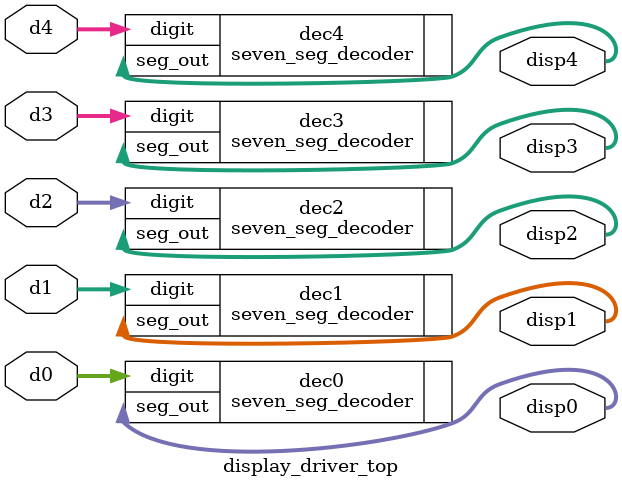
<source format=v>
module display_driver_top (
    input  wire [3:0] d4,
    input  wire [3:0] d3,
    input  wire [3:0] d2,
    input  wire [3:0] d1,
    input  wire [3:0] d0,
    output wire [6:0] disp4,
    output wire [6:0] disp3,
    output wire [6:0] disp2,
    output wire [6:0] disp1,
    output wire [6:0] disp0
);
    // asume displays activos LOW por defecto
    seven_seg_decoder #(.ACTIVE_LOW(1)) dec4(.digit(d4), .seg_out(disp4));
    seven_seg_decoder #(.ACTIVE_LOW(1)) dec3(.digit(d3), .seg_out(disp3));
    seven_seg_decoder #(.ACTIVE_LOW(1)) dec2(.digit(d2), .seg_out(disp2));
    seven_seg_decoder #(.ACTIVE_LOW(1)) dec1(.digit(d1), .seg_out(disp1));
    seven_seg_decoder #(.ACTIVE_LOW(1)) dec0(.digit(d0), .seg_out(disp0));
endmodule
</source>
